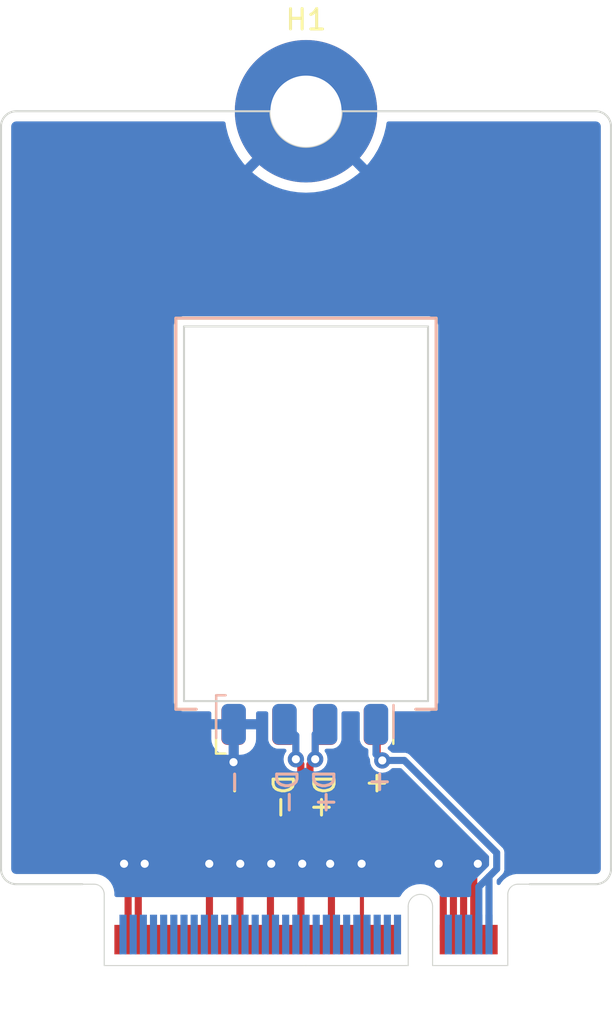
<source format=kicad_pcb>
(kicad_pcb (version 20221018) (generator pcbnew)
  (layers (0 "F.Cu" signal) (31 "B.Cu" signal) (34 "B.Paste" user) (35 "F.Paste" user) (36 "B.SilkS" user "B.Silkscreen") (37 "F.SilkS" user "F.Silkscreen") (38 "B.Mask" user) (39 "F.Mask" user) (44 "Edge.Cuts" user))
  (net 0 "")
  (net 50 "/D+")
  (net 51 "/D-")
  (net 52 "GND")
  (net 53 "+3V3")
  (footprint "m2:USB" (layer "F.Cu") (at 162.994222 87.979039 90)
    (fp_text reference "J6" hide)
    (fp_text value "Conn_01x04" hide)
    (fp_line (start -1.6 -4.42) (end -1.6 -3.96) (stroke (width 0.12)) (layer "F.SilkS"))
    (fp_line (start -1.6 -4.42) (end 0.5 -4.42) (stroke (width 0.12)) (layer "F.SilkS"))
    (fp_line (start -1.12 4.3) (end 0.5 4.3) (stroke (width 0.12)) (layer "F.SilkS"))
    (pad "1" smd roundrect (at -0.175 -3.56 90) (size 2 1.2) (layers "F.Cu" "F.Paste" "F.Mask") (net 52 "GND"))
    (pad "2" smd roundrect (at -0.175 -1.06 90) (size 2 1.2) (layers "F.Cu" "F.Paste" "F.Mask") (net 51 "/D-"))
    (pad "3" smd roundrect (at -0.175 0.94 90) (size 2 1.2) (layers "F.Cu" "F.Paste" "F.Mask") (net 50 "/D+"))
    (pad "4" smd roundrect (at -0.175 3.44 90) (size 2 1.2) (layers "F.Cu" "F.Paste" "F.Mask") (net 53 "+3V3"))
  )
  (footprint "MountingHole:MountingHole_3.5mm_Pad" (layer "F.Cu") (at 163 58)
    (fp_text reference "H1" (at 0 -4.5) (layer "F.SilkS"))
    (fp_text value "MountingHole_Pad")
    (pad "1" thru_hole circle (at 0 0) (size 7 7) (drill 3.5) (layers "*.Cu" "*.Mask") (net 52 "GND"))
  )
  (footprint "m2:NGFF_B" (layer "F.Cu") (at 163 100)
    (fp_text reference "J1" hide)
    (fp_text value "Bus_M.2_Socket_B")
    (fp_line (start -11 -4) (end -10.425 -4) (stroke (width 0.05)) (layer "Edge.Cuts"))
    (fp_line (start -9.925 -3.5) (end -9.925 0) (stroke (width 0.05)) (layer "Edge.Cuts"))
    (fp_line (start -9.925 0) (end 0 0) (stroke (width 0.05)) (layer "Edge.Cuts"))
    (fp_line (start 0 0) (end 5.025 0) (stroke (width 0.05)) (layer "Edge.Cuts"))
    (fp_line (start 5.025 0) (end 5.025 -2.9) (stroke (width 0.05)) (layer "Edge.Cuts"))
    (fp_line (start 6.225 -2.9) (end 6.225 0) (stroke (width 0.05)) (layer "Edge.Cuts"))
    (fp_line (start 6.225 0) (end 9.925 0) (stroke (width 0.05)) (layer "Edge.Cuts"))
    (fp_line (start 9.925 0) (end 9.925 -3.5) (stroke (width 0.05)) (layer "Edge.Cuts"))
    (fp_line (start 10.425 -4) (end 11 -4) (stroke (width 0.05)) (layer "Edge.Cuts"))
    (fp_arc (start -10.425 -4) (mid -10.071447 -3.853553) (end -9.925 -3.5) (stroke (width 0.05)) (layer "Edge.Cuts"))
    (fp_arc (start 5.025 -2.9) (mid 5.625 -3.5) (end 6.225 -2.9) (stroke (width 0.05)) (layer "Edge.Cuts"))
    (fp_arc (start 9.925 -3.5) (mid 10.071447 -3.853553) (end 10.425 -4) (stroke (width 0.05)) (layer "Edge.Cuts"))
    (pad "1" smd rect (at 9.25 -1.275) (size 0.35 1.45) (layers "F.Cu"))
    (pad "2" smd rect (at 9 -1.525) (size 0.35 1.95) (layers "B.Cu") (net 53 "+3V3"))
    (pad "3" smd rect (at 8.75 -1.275) (size 0.35 1.45) (layers "F.Cu") (net 52 "GND"))
    (pad "4" smd rect (at 8.5 -1.525) (size 0.35 1.95) (layers "B.Cu") (net 53 "+3V3"))
    (pad "5" smd rect (at 8.25 -1.275) (size 0.35 1.45) (layers "F.Cu") (net 52 "GND"))
    (pad "6" smd rect (at 8 -1.525) (size 0.35 1.95) (layers "B.Cu"))
    (pad "7" smd rect (at 7.75 -1.275) (size 0.35 1.45) (layers "F.Cu") (net 50 "/D+"))
    (pad "8" smd rect (at 7.5 -1.525) (size 0.35 1.95) (layers "B.Cu"))
    (pad "9" smd rect (at 7.25 -1.275) (size 0.35 1.45) (layers "F.Cu") (net 51 "/D-"))
    (pad "10" smd rect (at 7 -1.525) (size 0.35 1.95) (layers "B.Cu"))
    (pad "11" smd rect (at 6.75 -1.275) (size 0.35 1.45) (layers "F.Cu") (net 52 "GND"))
    (pad "20" smd rect (at 4.5 -1.525) (size 0.35 1.95) (layers "B.Cu"))
    (pad "21" smd rect (at 4.25 -1.275) (size 0.35 1.45) (layers "F.Cu"))
    (pad "22" smd rect (at 4 -1.525) (size 0.35 1.95) (layers "B.Cu"))
    (pad "23" smd rect (at 3.75 -1.275) (size 0.35 1.45) (layers "F.Cu"))
    (pad "24" smd rect (at 3.5 -1.525) (size 0.35 1.95) (layers "B.Cu"))
    (pad "25" smd rect (at 3.25 -1.275) (size 0.35 1.45) (layers "F.Cu"))
    (pad "26" smd rect (at 3 -1.525) (size 0.35 1.95) (layers "B.Cu"))
    (pad "27" smd rect (at 2.75 -1.275) (size 0.35 1.45) (layers "F.Cu") (net 52 "GND"))
    (pad "28" smd rect (at 2.5 -1.525) (size 0.35 1.95) (layers "B.Cu"))
    (pad "29" smd rect (at 2.25 -1.275) (size 0.35 1.45) (layers "F.Cu"))
    (pad "30" smd rect (at 2 -1.525) (size 0.35 1.95) (layers "B.Cu"))
    (pad "31" smd rect (at 1.75 -1.275) (size 0.35 1.45) (layers "F.Cu"))
    (pad "32" smd rect (at 1.5 -1.525) (size 0.35 1.95) (layers "B.Cu"))
    (pad "33" smd rect (at 1.25 -1.275) (size 0.35 1.45) (layers "F.Cu") (net 52 "GND"))
    (pad "34" smd rect (at 1 -1.525) (size 0.35 1.95) (layers "B.Cu"))
    (pad "35" smd rect (at 0.75 -1.275) (size 0.35 1.45) (layers "F.Cu"))
    (pad "36" smd rect (at 0.5 -1.525) (size 0.35 1.95) (layers "B.Cu"))
    (pad "37" smd rect (at 0.25 -1.275) (size 0.35 1.45) (layers "F.Cu"))
    (pad "38" smd rect (at 0 -1.525) (size 0.35 1.95) (layers "B.Cu"))
    (pad "39" smd rect (at -0.25 -1.275) (size 0.35 1.45) (layers "F.Cu") (net 52 "GND"))
    (pad "40" smd rect (at -0.5 -1.525) (size 0.35 1.95) (layers "B.Cu"))
    (pad "41" smd rect (at -0.75 -1.275) (size 0.35 1.45) (layers "F.Cu"))
    (pad "42" smd rect (at -1 -1.525) (size 0.35 1.95) (layers "B.Cu"))
    (pad "43" smd rect (at -1.25 -1.275) (size 0.35 1.45) (layers "F.Cu"))
    (pad "44" smd rect (at -1.5 -1.525) (size 0.35 1.95) (layers "B.Cu"))
    (pad "45" smd rect (at -1.75 -1.275) (size 0.35 1.45) (layers "F.Cu") (net 52 "GND"))
    (pad "46" smd rect (at -2 -1.525) (size 0.35 1.95) (layers "B.Cu"))
    (pad "47" smd rect (at -2.25 -1.275) (size 0.35 1.45) (layers "F.Cu"))
    (pad "48" smd rect (at -2.5 -1.525) (size 0.35 1.95) (layers "B.Cu"))
    (pad "49" smd rect (at -2.75 -1.275) (size 0.35 1.45) (layers "F.Cu"))
    (pad "50" smd rect (at -3 -1.525) (size 0.35 1.95) (layers "B.Cu"))
    (pad "51" smd rect (at -3.25 -1.275) (size 0.35 1.45) (layers "F.Cu") (net 52 "GND"))
    (pad "52" smd rect (at -3.5 -1.525) (size 0.35 1.95) (layers "B.Cu"))
    (pad "53" smd rect (at -3.75 -1.275) (size 0.35 1.45) (layers "F.Cu"))
    (pad "54" smd rect (at -4 -1.525) (size 0.35 1.95) (layers "B.Cu"))
    (pad "55" smd rect (at -4.25 -1.275) (size 0.35 1.45) (layers "F.Cu"))
    (pad "56" smd rect (at -4.5 -1.525) (size 0.35 1.95) (layers "B.Cu"))
    (pad "57" smd rect (at -4.75 -1.275) (size 0.35 1.45) (layers "F.Cu") (net 52 "GND"))
    (pad "58" smd rect (at -5 -1.525) (size 0.35 1.95) (layers "B.Cu"))
    (pad "59" smd rect (at -5.25 -1.275) (size 0.35 1.45) (layers "F.Cu"))
    (pad "60" smd rect (at -5.5 -1.525) (size 0.35 1.95) (layers "B.Cu"))
    (pad "61" smd rect (at -5.75 -1.275) (size 0.35 1.45) (layers "F.Cu"))
    (pad "62" smd rect (at -6 -1.525) (size 0.35 1.95) (layers "B.Cu"))
    (pad "63" smd rect (at -6.25 -1.275) (size 0.35 1.45) (layers "F.Cu"))
    (pad "64" smd rect (at -6.5 -1.525) (size 0.35 1.95) (layers "B.Cu"))
    (pad "65" smd rect (at -6.75 -1.275) (size 0.35 1.45) (layers "F.Cu"))
    (pad "66" smd rect (at -7 -1.525) (size 0.35 1.95) (layers "B.Cu"))
    (pad "67" smd rect (at -7.25 -1.275) (size 0.35 1.45) (layers "F.Cu"))
    (pad "68" smd rect (at -7.5 -1.525) (size 0.35 1.95) (layers "B.Cu"))
    (pad "69" smd rect (at -7.75 -1.275) (size 0.35 1.45) (layers "F.Cu"))
    (pad "70" smd rect (at -8 -1.525) (size 0.35 1.95) (layers "B.Cu") (net 53 "+3V3"))
    (pad "71" smd rect (at -8.25 -1.275) (size 0.35 1.45) (layers "F.Cu") (net 52 "GND"))
    (pad "72" smd rect (at -8.5 -1.525) (size 0.35 1.95) (layers "B.Cu") (net 53 "+3V3"))
    (pad "73" smd rect (at -8.75 -1.275) (size 0.35 1.45) (layers "F.Cu") (net 52 "GND"))
    (pad "74" smd rect (at -9 -1.525) (size 0.35 1.95) (layers "B.Cu") (net 53 "+3V3"))
    (pad "75" smd rect (at -9.25 -1.275) (size 0.35 1.45) (layers "F.Cu"))
  )
  (footprint "m2:USB" (layer "B.Cu") (at 163.003352 88.312443 -90)
    (fp_text reference "J2" hide)
    (fp_text value "Conn_01x04" hide)
    (fp_line (start -1.6 4.42) (end -1.6 3.96) (stroke (width 0.12)) (layer "B.SilkS"))
    (fp_line (start -1.6 4.42) (end 0.5 4.42) (stroke (width 0.12)) (layer "B.SilkS"))
    (fp_line (start -1.12 -4.3) (end 0.5 -4.3) (stroke (width 0.12)) (layer "B.SilkS"))
    (pad "1" smd roundrect (at -0.175 3.56 270) (size 2 1.2) (layers "B.Cu" "B.Paste" "B.Mask") (net 52 "GND"))
    (pad "2" smd roundrect (at -0.175 1.06 270) (size 2 1.2) (layers "B.Cu" "B.Paste" "B.Mask") (net 51 "/D-"))
    (pad "3" smd roundrect (at -0.175 -0.94 270) (size 2 1.2) (layers "B.Cu" "B.Paste" "B.Mask") (net 50 "/D+"))
    (pad "4" smd roundrect (at -0.175 -3.44 270) (size 2 1.2) (layers "B.Cu" "B.Paste" "B.Mask") (net 53 "+3V3"))
  )
  (gr_line (start 157.6 87.4) (end 156.6 87.4) (stroke (width 0.15)) (layer "B.SilkS"))
  (gr_line (start 169.4 87.4) (end 169.4 68.1736) (stroke (width 0.15)) (layer "B.SilkS"))
  (gr_line (start 168.4 87.4) (end 169.4 87.4) (stroke (width 0.15)) (layer "B.SilkS"))
  (gr_line (start 169.4 68.1736) (end 156.6 68.1736) (stroke (width 0.15)) (layer "B.SilkS"))
  (gr_line (start 156.6 87.4) (end 156.6 68.1736) (stroke (width 0.15)) (layer "B.SilkS"))
  (gr_line (start 156.6 87.4) (end 157.6 87.4) (stroke (width 0.15)) (layer "F.SilkS"))
  (gr_line (start 169.4 68.1736) (end 169.4 87.4) (stroke (width 0.15)) (layer "F.SilkS"))
  (gr_line (start 169.4 68.1736) (end 156.6 68.1736) (stroke (width 0.15)) (layer "F.SilkS"))
  (gr_line (start 156.6 68.1736) (end 156.6 87.4) (stroke (width 0.15)) (layer "F.SilkS"))
  (gr_line (start 169.4 87.4) (end 168.4 87.4) (stroke (width 0.15)) (layer "F.SilkS"))
  (gr_line (start 157 68.58) (end 169 68.58) (stroke (width 0.1)) (layer "Edge.Cuts"))
  (gr_arc (start 164.75 58) (mid 163 59.75) (end 161.25 58) (stroke (width 0.1)) (layer "Edge.Cuts"))
  (gr_arc (start 148.75 96) (mid 148.21967 95.78033) (end 148 95.25) (stroke (width 0.1)) (layer "Edge.Cuts"))
  (gr_line (start 152 96) (end 148.75 96) (stroke (width 0.1)) (layer "Edge.Cuts"))
  (gr_line (start 157 87) (end 169 87) (stroke (width 0.1)) (layer "Edge.Cuts"))
  (gr_line (start 157 87) (end 157 68.58) (stroke (width 0.1)) (layer "Edge.Cuts"))
  (gr_line (start 177.25 96) (end 174 96) (stroke (width 0.1)) (layer "Edge.Cuts"))
  (gr_arc (start 148 58.75) (mid 148.21967 58.21967) (end 148.75 58) (stroke (width 0.1)) (layer "Edge.Cuts"))
  (gr_line (start 178 58.75) (end 178 95.25) (stroke (width 0.1)) (layer "Edge.Cuts"))
  (gr_arc (start 178 95.25) (mid 177.78033 95.78033) (end 177.25 96) (stroke (width 0.1)) (layer "Edge.Cuts"))
  (gr_line (start 169 68.58) (end 169 87) (stroke (width 0.1)) (layer "Edge.Cuts"))
  (gr_line (start 164.75 58) (end 177.249897 58.000449) (stroke (width 0.1)) (layer "Edge.Cuts"))
  (gr_line (start 148 95.25) (end 148 58.75) (stroke (width 0.1)) (layer "Edge.Cuts"))
  (gr_line (start 148.75 58) (end 161.25 58) (stroke (width 0.1)) (layer "Edge.Cuts"))
  (gr_arc (start 177.249897 58.000449) (mid 177.780227 58.220119) (end 177.999897 58.750449) (stroke (width 0.1)) (layer "Edge.Cuts"))
  (gr_text "+\n" (at 167.132 90.25 90) (layer "B.SilkS") (effects (font (size 1 1)) (justify left bottom mirror)))
  (gr_text "-" (at 160 90.25 90) (layer "B.SilkS") (effects (font (size 1 1)) (justify left bottom mirror)))
  (gr_text "D-\n" (at 162.687 90.25 90) (layer "B.SilkS") (effects (font (size 1 1)) (justify left bottom mirror)))
  (gr_text "D+\n" (at 164.5 90.25 90) (layer "B.SilkS") (effects (font (size 1 1)) (justify left bottom mirror)))
  (gr_text "+\n" (at 167 91.75 90) (layer "F.SilkS") (effects (font (size 1 1)) (justify left bottom)))
  (gr_text "D-\n" (at 161.25 90.5 -90) (layer "F.SilkS") (effects (font (size 1 1)) (justify left bottom)))
  (gr_text "-" (at 160 91.75 90) (layer "F.SilkS") (effects (font (size 1 1)) (justify left bottom)))
  (gr_text "D+\n" (at 163.25 90.5 -90) (layer "F.SilkS") (effects (font (size 1 1)) (justify left bottom)))
  (segment (start 164.304243 92.422243) (end 163.195 91.313) (width 0.35) (layer "F.Cu") (net 50))
  (segment (start 163.451072 89.857459) (end 163.451072 88.637189) (width 0.35) (layer "F.Cu") (net 50))
  (segment (start 163.451072 88.637189) (end 163.934222 88.154039) (width 0.35) (layer "F.Cu") (net 50))
  (segment (start 170.75 98.725) (end 170.75 94.577446) (width 0.35) (layer "F.Cu") (net 50))
  (segment (start 163.934222 88.154039) (end 163.934222 88.554039) (width 0.35) (layer "F.Cu") (net 50))
  (segment (start 163.195 91.313) (end 163.195 90.113531) (width 0.35) (layer "F.Cu") (net 50))
  (segment (start 163.195 90.113531) (end 163.451072 89.857459) (width 0.35) (layer "F.Cu") (net 50))
  (segment (start 168.594797 92.422243) (end 164.304243 92.422243) (width 0.35) (layer "F.Cu") (net 50))
  (segment (start 170.75 94.577446) (end 168.594797 92.422243) (width 0.35) (layer "F.Cu") (net 50))
  (via (at 163.451072 89.857459) (size 0.8) (drill 0.4) (layers "F.Cu" "B.Cu") (net 50))
  (segment (start 163.451072 89.857459) (end 163.451072 88.629723) (width 0.35) (layer "B.Cu") (net 50))
  (segment (start 163.451072 88.629723) (end 163.943352 88.137443) (width 0.35) (layer "B.Cu") (net 50))
  (segment (start 162.745 91.499396) (end 162.745 90.101387) (width 0.35) (layer "F.Cu") (net 51))
  (segment (start 162.501072 88.720889) (end 161.934222 88.154039) (width 0.35) (layer "F.Cu") (net 51))
  (segment (start 168.375838 92.872243) (end 164.117847 92.872243) (width 0.35) (layer "F.Cu") (net 51))
  (segment (start 162.745 90.101387) (end 162.501072 89.857459) (width 0.35) (layer "F.Cu") (net 51))
  (segment (start 170.25 98.725) (end 170.25 94.746405) (width 0.35) (layer "F.Cu") (net 51))
  (segment (start 164.117847 92.872243) (end 162.745 91.499396) (width 0.35) (layer "F.Cu") (net 51))
  (segment (start 170.25 94.746405) (end 168.375838 92.872243) (width 0.35) (layer "F.Cu") (net 51))
  (segment (start 161.934222 88.154039) (end 161.934222 88.554039) (width 0.35) (layer "F.Cu") (net 51))
  (segment (start 162.501072 89.857459) (end 162.501072 88.720889) (width 0.35) (layer "F.Cu") (net 51))
  (via (at 162.501072 89.857459) (size 0.8) (drill 0.4) (layers "F.Cu" "B.Cu") (net 51))
  (segment (start 162.501072 89.857459) (end 162.501072 88.695163) (width 0.35) (layer "B.Cu") (net 51))
  (segment (start 162.501072 88.695163) (end 161.943352 88.137443) (width 0.35) (layer "B.Cu") (net 51))
  (segment (start 154.75 95.313) (end 155.066999 94.996001) (width 0.35) (layer "F.Cu") (net 52))
  (segment (start 162.75 98.725) (end 162.75 95.06) (width 0.35) (layer "F.Cu") (net 52))
  (segment (start 169.75 95.221) (end 169.525 94.996) (width 0.35) (layer "F.Cu") (net 52))
  (segment (start 154.25 95.194986) (end 154.051 94.995986) (width 0.35) (layer "F.Cu") (net 52))
  (segment (start 171.25 98.725) (end 171.25 95.196004) (width 0.35) (layer "F.Cu") (net 52))
  (segment (start 159.75 98.725) (end 159.75 95.012004) (width 0.35) (layer "F.Cu") (net 52))
  (segment (start 154.75 98.725) (end 154.75 95.313) (width 0.35) (layer "F.Cu") (net 52))
  (segment (start 165.75 98.725) (end 165.75 95.011006) (width 0.2) (layer "F.Cu") (net 52))
  (segment (start 158.25 95.004) (end 158.242 94.996) (width 0.35) (layer "F.Cu") (net 52))
  (segment (start 161.25 98.725) (end 161.25 95.036) (width 0.35) (layer "F.Cu") (net 52))
  (segment (start 162.75 95.06) (end 162.814 94.996) (width 0.35) (layer "F.Cu") (net 52))
  (segment (start 159.434222 90) (end 159.434222 88.154039) (width 0.35) (layer "F.Cu") (net 52))
  (segment (start 165.75 95.011006) (end 165.734994 94.996) (width 0.2) (layer "F.Cu") (net 52))
  (segment (start 158.25 98.725) (end 158.25 95.004) (width 0.35) (layer "F.Cu") (net 52))
  (segment (start 169.75 98.725) (end 169.75 95.221) (width 0.35) (layer "F.Cu") (net 52))
  (segment (start 161.25 95.036) (end 161.29 94.996) (width 0.35) (layer "F.Cu") (net 52))
  (segment (start 159.75 95.012004) (end 159.766 94.996004) (width 0.35) (layer "F.Cu") (net 52))
  (segment (start 164.25 98.725) (end 164.25 95.059) (width 0.35) (layer "F.Cu") (net 52))
  (segment (start 164.25 95.059) (end 164.187 94.996) (width 0.35) (layer "F.Cu") (net 52))
  (segment (start 154.25 98.725) (end 154.25 95.194986) (width 0.35) (layer "F.Cu") (net 52))
  (segment (start 171.25 95.196004) (end 171.450004 94.996) (width 0.35) (layer "F.Cu") (net 52))
  (via (at 169.525 94.996) (size 0.8) (drill 0.4) (layers "F.Cu" "B.Cu") (net 52))
  (via (at 155.066999 94.996001) (size 0.8) (drill 0.4) (layers "F.Cu" "B.Cu") (net 52))
  (via (at 162.814 94.996) (size 0.8) (drill 0.4) (layers "F.Cu" "B.Cu") (net 52))
  (via (at 164.187 94.996) (size 0.8) (drill 0.4) (layers "F.Cu" "B.Cu") (net 52))
  (via (at 158.242 94.996) (size 0.8) (drill 0.4) (layers "F.Cu" "B.Cu") (net 52))
  (via (at 171.450004 94.996) (size 0.8) (drill 0.4) (layers "F.Cu" "B.Cu") (net 52))
  (via (at 161.29 94.996) (size 0.8) (drill 0.4) (layers "F.Cu" "B.Cu") (net 52))
  (via (at 154.051 94.995986) (size 0.8) (drill 0.4) (layers "F.Cu" "B.Cu") (net 52))
  (via (at 159.766 94.996004) (size 0.8) (drill 0.4) (layers "F.Cu" "B.Cu") (net 52))
  (via (at 165.734994 94.996) (size 0.8) (drill 0.4) (layers "F.Cu" "B.Cu") (net 52))
  (via (at 159.434222 90) (size 0.8) (drill 0.4) (layers "F.Cu" "B.Cu") (net 52))
  (segment (start 159.434222 90) (end 159.434222 88.146573) (width 0.35) (layer "B.Cu") (net 52))
  (segment (start 159.434222 88.146573) (end 159.443352 88.137443) (width 0.35) (layer "B.Cu") (net 52))
  (segment (start 166.6 88) (end 166.497 88.103) (width 0.35) (layer "F.Cu") (net 53))
  (segment (start 166.497 88.103) (end 166.497 89.662002) (width 0.35) (layer "F.Cu") (net 53))
  (segment (start 166.497 89.662002) (end 166.751 89.916002) (width 0.35) (layer "F.Cu") (net 53))
  (via (at 166.751 89.916002) (size 0.8) (drill 0.4) (layers "F.Cu" "B.Cu") (net 53))
  (segment (start 166.443352 88.137443) (end 166.443352 89.608354) (width 0.35) (layer "B.Cu") (net 53))
  (segment (start 166.443352 89.608354) (end 166.751 89.916002) (width 0.35) (layer "B.Cu") (net 53))
  (segment (start 171.5 98.475) (end 171.5 96.129) (width 0.35) (layer "B.Cu") (net 53))
  (segment (start 171.5 96.129) (end 172 95.629) (width 0.35) (layer "B.Cu") (net 53))
  (segment (start 172.379 94.462405) (end 172.379 95.25) (width 0.35) (layer "B.Cu") (net 53))
  (segment (start 172 98.475) (end 172 95.629) (width 0.35) (layer "B.Cu") (net 53))
  (segment (start 167.832597 89.916002) (end 172.379 94.462405) (width 0.35) (layer "B.Cu") (net 53))
  (segment (start 166.751 89.916002) (end 167.832597 89.916002) (width 0.35) (layer "B.Cu") (net 53))
  (segment (start 172 95.629) (end 172.379 95.25) (width 0.35) (layer "B.Cu") (net 53))
  (zone (net 52) (net_name "GND") (layer "B.Cu") (connect_pads (clearance 0.2)) (min_thickness 0.2) (fill yes (thermal_gap 0.5) (thermal_bridge_width 0.5))
    (polygon (pts (xy 148 52.532) (xy 178 52.532) (xy 178 96.635) (xy 148 96.635)))
  )
)
</source>
